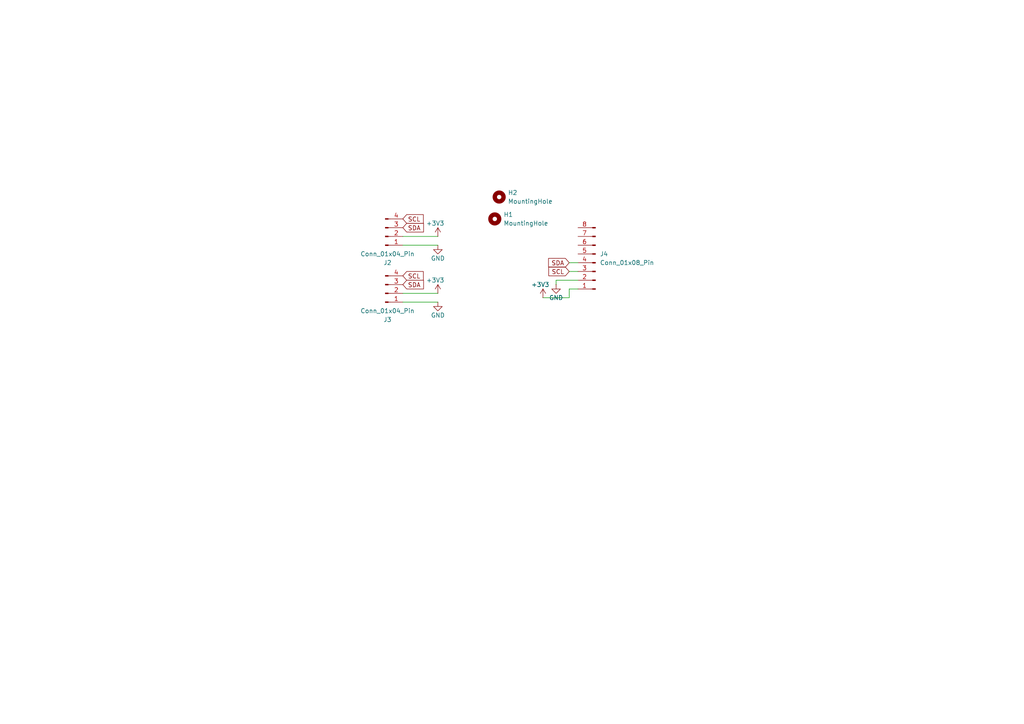
<source format=kicad_sch>
(kicad_sch (version 20250114) (generator "eeschema") (generator_version "9.0")
  (paper "A4")
  (lib_symbols
    (symbol "Connector:Conn_01x04_Pin" (pin_names (offset 1.016) (hide yes))
      (property "Reference" "J" (at 0 5.08 0))
      (property "Value" "Conn_01x04_Pin" (at 0 -7.62 0))
      (symbol "Conn_01x04_Pin_1_1"
        (rectangle (start 0.8636 2.667) (end 0 2.413) (stroke (width 0.1524)) (fill (type outline)))
        (rectangle (start 0.8636 0.127) (end 0 -0.127) (stroke (width 0.1524)) (fill (type outline)))
        (rectangle (start 0.8636 -2.413) (end 0 -2.667) (stroke (width 0.1524)) (fill (type outline)))
        (rectangle (start 0.8636 -4.953) (end 0 -5.207) (stroke (width 0.1524)) (fill (type outline)))
        (polyline (pts (xy 1.27 2.54) (xy 0.8636 2.54)) (stroke (width 0.1524)))
        (polyline (pts (xy 1.27 0) (xy 0.8636 0)) (stroke (width 0.1524)))
        (polyline (pts (xy 1.27 -2.54) (xy 0.8636 -2.54)) (stroke (width 0.1524)))
        (polyline (pts (xy 1.27 -5.08) (xy 0.8636 -5.08)) (stroke (width 0.1524)))
        (pin passive line (at 5.08 2.54 180) (length 3.81) (name "Pin_1") (number "1"))
        (pin passive line (at 5.08 0 180) (length 3.81) (name "Pin_2") (number "2"))
        (pin passive line (at 5.08 -2.54 180) (length 3.81) (name "Pin_3") (number "3"))
        (pin passive line (at 5.08 -5.08 180) (length 3.81) (name "Pin_4") (number "4"))
      )
    )
    (symbol "Connector:Conn_01x08_Pin" (pin_names (offset 1.016) (hide yes))
      (property "Reference" "J" (at 0 10.16 0))
      (property "Value" "Conn_01x08_Pin" (at 0 -12.7 0))
      (symbol "Conn_01x08_Pin_1_1"
        (rectangle (start 0.8636 7.747) (end 0 7.493) (stroke (width 0.1524)) (fill (type outline)))
        (rectangle (start 0.8636 5.207) (end 0 4.953) (stroke (width 0.1524)) (fill (type outline)))
        (rectangle (start 0.8636 2.667) (end 0 2.413) (stroke (width 0.1524)) (fill (type outline)))
        (rectangle (start 0.8636 0.127) (end 0 -0.127) (stroke (width 0.1524)) (fill (type outline)))
        (rectangle (start 0.8636 -2.413) (end 0 -2.667) (stroke (width 0.1524)) (fill (type outline)))
        (rectangle (start 0.8636 -4.953) (end 0 -5.207) (stroke (width 0.1524)) (fill (type outline)))
        (rectangle (start 0.8636 -7.493) (end 0 -7.747) (stroke (width 0.1524)) (fill (type outline)))
        (rectangle (start 0.8636 -10.033) (end 0 -10.287) (stroke (width 0.1524)) (fill (type outline)))
        (polyline (pts (xy 1.27 7.62) (xy 0.8636 7.62)) (stroke (width 0.1524)))
        (polyline (pts (xy 1.27 5.08) (xy 0.8636 5.08)) (stroke (width 0.1524)))
        (polyline (pts (xy 1.27 2.54) (xy 0.8636 2.54)) (stroke (width 0.1524)))
        (polyline (pts (xy 1.27 0) (xy 0.8636 0)) (stroke (width 0.1524)))
        (polyline (pts (xy 1.27 -2.54) (xy 0.8636 -2.54)) (stroke (width 0.1524)))
        (polyline (pts (xy 1.27 -5.08) (xy 0.8636 -5.08)) (stroke (width 0.1524)))
        (polyline (pts (xy 1.27 -7.62) (xy 0.8636 -7.62)) (stroke (width 0.1524)))
        (polyline (pts (xy 1.27 -10.16) (xy 0.8636 -10.16)) (stroke (width 0.1524)))
        (pin passive line (at 5.08 7.62 180) (length 3.81) (name "Pin_1") (number "1"))
        (pin passive line (at 5.08 5.08 180) (length 3.81) (name "Pin_2") (number "2"))
        (pin passive line (at 5.08 2.54 180) (length 3.81) (name "Pin_3") (number "3"))
        (pin passive line (at 5.08 0 180) (length 3.81) (name "Pin_4") (number "4"))
        (pin passive line (at 5.08 -2.54 180) (length 3.81) (name "Pin_5") (number "5"))
        (pin passive line (at 5.08 -5.08 180) (length 3.81) (name "Pin_6") (number "6"))
        (pin passive line (at 5.08 -7.62 180) (length 3.81) (name "Pin_7") (number "7"))
        (pin passive line (at 5.08 -10.16 180) (length 3.81) (name "Pin_8") (number "8"))
      )
    )
    (symbol "Mechanical:MountingHole" (pin_names (offset 1.016)) (in_bom no)
      (property "Reference" "H" (at 0 5.08 0))
      (property "Value" "MountingHole" (at 0 3.175 0))
      (symbol "MountingHole_0_1"
        (circle (center 0 0) (radius 1.27) (stroke (width 1.27)))
      )
    )
    (symbol "power:+3V3" (power) (pin_numbers (hide yes)) (pin_names (offset 0) (hide yes))
      (property "Value" "+3V3" (at 0 3.556 0))
      (symbol "+3V3_0_1"
        (polyline (pts (xy -0.762 1.27) (xy 0 2.54)))
        (polyline (pts (xy 0 2.54) (xy 0.762 1.27)))
        (polyline (pts (xy 0 0) (xy 0 2.54)))
      )
      (symbol "+3V3_1_1"
        (pin power_in line (at 0 0 90) (length 0) (name "~") (number "1"))
      )
    )
    (symbol "power:GND" (power) (pin_numbers (hide yes)) (pin_names (offset 0) (hide yes))
      (property "Value" "GND" (at 0 -3.81 0))
      (symbol "GND_0_1"
        (polyline (pts (xy 0 0) (xy 0 -1.27) (xy 1.27 -1.27) (xy 0 -2.54) (xy -1.27 -1.27) (xy 0 -1.27)))
      )
      (symbol "GND_1_1"
        (pin power_in line (at 0 0 270) (length 0) (name "~") (number "1"))
      )
    )
  )
  (wire (pts (xy 116.84 71.12) (xy 127 71.12)))
  (wire (pts (xy 165.1 76.2) (xy 167.64 76.2)))
  (wire (pts (xy 165.1 86.36) (xy 157.48 86.36)))
  (wire (pts (xy 167.64 83.82) (xy 165.1 83.82)))
  (wire (pts (xy 165.1 78.74) (xy 167.64 78.74)))
  (wire (pts (xy 116.84 85.09) (xy 127 85.09)))
  (wire (pts (xy 161.29 81.28) (xy 161.29 82.55)))
  (wire (pts (xy 116.84 68.58) (xy 127 68.58)))
  (wire (pts (xy 116.84 87.63) (xy 127 87.63)))
  (wire (pts (xy 167.64 81.28) (xy 161.29 81.28)))
  (wire (pts (xy 165.1 83.82) (xy 165.1 86.36)))
  (global_label "SCL" (shape input) (at 165.1 78.74 180) (property "Intersheetrefs" "${INTERSHEET_REFS}" (effects (hide yes))))
  (global_label "SDA" (shape input) (at 116.84 82.55 0) (property "Intersheetrefs" "${INTERSHEET_REFS}" (effects (hide yes))))
  (global_label "SDA" (shape input) (at 165.1 76.2 180) (property "Intersheetrefs" "${INTERSHEET_REFS}" (effects (hide yes))))
  (global_label "SCL" (shape input) (at 116.84 63.5 0) (property "Intersheetrefs" "${INTERSHEET_REFS}" (effects (hide yes))))
  (global_label "SCL" (shape input) (at 116.84 80.01 0) (property "Intersheetrefs" "${INTERSHEET_REFS}" (effects (hide yes))))
  (global_label "SDA" (shape input) (at 116.84 66.04 0) (property "Intersheetrefs" "${INTERSHEET_REFS}" (effects (hide yes))))
  (symbol (lib_id "power:GND") (at 127 71.12 0) (unit 1)
    (property "Reference" "#PWR04" (effects (hide yes)))
    (property "Value" "GND" (at 127 74.93 0))
    (property "Description" "Power symbol creates a global label with name \"GND\" , ground" (effects (hide yes)))
  )
  (symbol (lib_id "Connector:Conn_01x04_Pin") (at 111.76 68.58 0) (mirror x) (unit 1)
    (property "Reference" "J2" (at 112.395 76.2 0))
    (property "Value" "Conn_01x04_Pin" (at 112.395 73.66 0))
    (property "Footprint" "Connector_JST:JST_SH_SM04B-SRSS-TB_1x04-1MP_P1.00mm_Horizontal" (effects (hide yes)))
    (property "Description" "Generic connector, single row, 01x04, script generated" (effects (hide yes)))
  )
  (symbol (lib_id "power:+3V3") (at 127 68.58 0) (unit 1)
    (property "Reference" "#PWR03" (effects (hide yes)))
    (property "Value" "+3V3" (at 126.238 64.77 0))
    (property "Description" "Power symbol creates a global label with name \"+3V3\"" (effects (hide yes)))
  )
  (symbol (lib_id "Connector:Conn_01x04_Pin") (at 111.76 85.09 0) (mirror x) (unit 1)
    (property "Reference" "J3" (at 112.395 92.71 0))
    (property "Value" "Conn_01x04_Pin" (at 112.395 90.17 0))
    (property "Footprint" "Connector_JST:JST_SH_SM04B-SRSS-TB_1x04-1MP_P1.00mm_Horizontal" (effects (hide yes)))
    (property "Description" "Generic connector, single row, 01x04, script generated" (effects (hide yes)))
  )
  (symbol (lib_id "Connector:Conn_01x08_Pin") (at 172.72 76.2 180) (unit 1)
    (property "Reference" "J4" (at 173.99 73.6599 0) (effects (justify right)))
    (property "Value" "Conn_01x08_Pin" (at 173.99 76.1999 0) (effects (justify right)))
    (property "Footprint" "Connector_PinHeader_2.54mm:PinHeader_1x08_P2.54mm_Horizontal" (effects (hide yes)))
    (property "Description" "Generic connector, single row, 01x08, script generated" (effects (hide yes)))
  )
  (symbol (lib_id "Mechanical:MountingHole") (at 143.51 63.5 0) (unit 1) (in_bom no)
    (property "Reference" "H1" (at 146.05 62.2299 0) (effects (justify left)))
    (property "Value" "MountingHole" (at 146.05 64.7699 0) (effects (justify left)))
    (property "Footprint" "MountingHole:MountingHole_3.2mm_M3" (effects (hide yes)))
    (property "Description" "Mounting Hole without connection" (effects (hide yes)))
  )
  (symbol (lib_id "power:+3V3") (at 127 85.09 0) (unit 1)
    (property "Reference" "#PWR01" (effects (hide yes)))
    (property "Value" "+3V3" (at 126.238 81.28 0))
    (property "Description" "Power symbol creates a global label with name \"+3V3\"" (effects (hide yes)))
  )
  (symbol (lib_id "power:GND") (at 161.29 82.55 0) (unit 1)
    (property "Reference" "#PWR06" (effects (hide yes)))
    (property "Value" "GND" (at 161.29 86.36 0))
    (property "Description" "Power symbol creates a global label with name \"GND\" , ground" (effects (hide yes)))
  )
  (symbol (lib_id "power:GND") (at 127 87.63 0) (unit 1)
    (property "Reference" "#PWR02" (effects (hide yes)))
    (property "Value" "GND" (at 127 91.44 0))
    (property "Description" "Power symbol creates a global label with name \"GND\" , ground" (effects (hide yes)))
  )
  (symbol (lib_id "power:+3V3") (at 157.48 86.36 0) (unit 1)
    (property "Reference" "#PWR05" (effects (hide yes)))
    (property "Value" "+3V3" (at 156.718 82.55 0))
    (property "Description" "Power symbol creates a global label with name \"+3V3\"" (effects (hide yes)))
  )
  (symbol (lib_id "Mechanical:MountingHole") (at 144.78 57.15 0) (unit 1) (in_bom no)
    (property "Reference" "H2" (at 147.32 55.8799 0) (effects (justify left)))
    (property "Value" "MountingHole" (at 147.32 58.4199 0) (effects (justify left)))
    (property "Footprint" "MountingHole:MountingHole_3.2mm_M3" (effects (hide yes)))
    (property "Description" "Mounting Hole without connection" (effects (hide yes)))
  )
)
</source>
